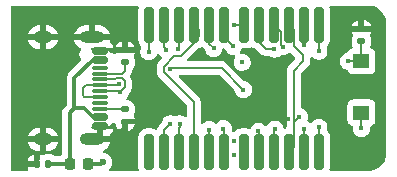
<source format=gtl>
%TF.GenerationSoftware,KiCad,Pcbnew,9.0.4*%
%TF.CreationDate,2025-08-24T10:47:50+01:00*%
%TF.ProjectId,usbc-7seg,75736263-2d37-4736-9567-2e6b69636164,rev?*%
%TF.SameCoordinates,Original*%
%TF.FileFunction,Copper,L1,Top*%
%TF.FilePolarity,Positive*%
%FSLAX46Y46*%
G04 Gerber Fmt 4.6, Leading zero omitted, Abs format (unit mm)*
G04 Created by KiCad (PCBNEW 9.0.4) date 2025-08-24 10:47:50*
%MOMM*%
%LPD*%
G01*
G04 APERTURE LIST*
G04 Aperture macros list*
%AMRoundRect*
0 Rectangle with rounded corners*
0 $1 Rounding radius*
0 $2 $3 $4 $5 $6 $7 $8 $9 X,Y pos of 4 corners*
0 Add a 4 corners polygon primitive as box body*
4,1,4,$2,$3,$4,$5,$6,$7,$8,$9,$2,$3,0*
0 Add four circle primitives for the rounded corners*
1,1,$1+$1,$2,$3*
1,1,$1+$1,$4,$5*
1,1,$1+$1,$6,$7*
1,1,$1+$1,$8,$9*
0 Add four rect primitives between the rounded corners*
20,1,$1+$1,$2,$3,$4,$5,0*
20,1,$1+$1,$4,$5,$6,$7,0*
20,1,$1+$1,$6,$7,$8,$9,0*
20,1,$1+$1,$8,$9,$2,$3,0*%
G04 Aperture macros list end*
%TA.AperFunction,HeatsinkPad*%
%ADD10O,1.600000X1.000000*%
%TD*%
%TA.AperFunction,HeatsinkPad*%
%ADD11O,2.100000X1.000000*%
%TD*%
%TA.AperFunction,SMDPad,CuDef*%
%ADD12RoundRect,0.150000X-0.500000X0.150000X-0.500000X-0.150000X0.500000X-0.150000X0.500000X0.150000X0*%
%TD*%
%TA.AperFunction,SMDPad,CuDef*%
%ADD13RoundRect,0.075000X-0.575000X0.075000X-0.575000X-0.075000X0.575000X-0.075000X0.575000X0.075000X0*%
%TD*%
%TA.AperFunction,SMDPad,CuDef*%
%ADD14RoundRect,0.200000X-0.200000X-1.300000X0.200000X-1.300000X0.200000X1.300000X-0.200000X1.300000X0*%
%TD*%
%TA.AperFunction,SMDPad,CuDef*%
%ADD15RoundRect,0.140000X0.140000X0.170000X-0.140000X0.170000X-0.140000X-0.170000X0.140000X-0.170000X0*%
%TD*%
%TA.AperFunction,SMDPad,CuDef*%
%ADD16RoundRect,0.218750X-0.218750X-0.256250X0.218750X-0.256250X0.218750X0.256250X-0.218750X0.256250X0*%
%TD*%
%TA.AperFunction,SMDPad,CuDef*%
%ADD17RoundRect,0.135000X-0.185000X0.135000X-0.185000X-0.135000X0.185000X-0.135000X0.185000X0.135000X0*%
%TD*%
%TA.AperFunction,SMDPad,CuDef*%
%ADD18RoundRect,0.135000X0.185000X-0.135000X0.185000X0.135000X-0.185000X0.135000X-0.185000X-0.135000X0*%
%TD*%
%TA.AperFunction,SMDPad,CuDef*%
%ADD19R,1.360000X1.230000*%
%TD*%
%TA.AperFunction,ViaPad*%
%ADD20C,0.450000*%
%TD*%
%TA.AperFunction,ViaPad*%
%ADD21C,0.600000*%
%TD*%
%TA.AperFunction,Conductor*%
%ADD22C,0.150000*%
%TD*%
%TA.AperFunction,Conductor*%
%ADD23C,0.200000*%
%TD*%
%TA.AperFunction,Conductor*%
%ADD24C,0.300000*%
%TD*%
G04 APERTURE END LIST*
D10*
%TO.P,J1,S1,SHIELD*%
%TO.N,GND*%
X129425000Y-107820000D03*
D11*
X133605000Y-107820000D03*
D10*
X129425000Y-99180000D03*
D11*
X133605000Y-99180000D03*
D12*
%TO.P,J1,B12,GND*%
X134245000Y-100300000D03*
%TO.P,J1,B9,VBUS*%
%TO.N,/VUSB*%
X134245000Y-101100000D03*
D13*
%TO.P,J1,B8*%
%TO.N,N/C*%
X134245000Y-101750000D03*
%TO.P,J1,B7,D-*%
%TO.N,/D-*%
X134245000Y-102750000D03*
%TO.P,J1,B6,D+*%
%TO.N,/D+*%
X134245000Y-104250000D03*
%TO.P,J1,B5,CC2*%
%TO.N,Net-(J1-CC2)*%
X134245000Y-105250000D03*
D12*
%TO.P,J1,B4,VBUS*%
%TO.N,/VUSB*%
X134245000Y-105900000D03*
%TO.P,J1,B1,GND*%
%TO.N,GND*%
X134245000Y-106700000D03*
%TO.P,J1,A12,GND*%
X134245000Y-106700000D03*
%TO.P,J1,A9,VBUS*%
%TO.N,/VUSB*%
X134245000Y-105900000D03*
D13*
%TO.P,J1,A8*%
%TO.N,N/C*%
X134245000Y-104750000D03*
%TO.P,J1,A7,D-*%
%TO.N,/D-*%
X134245000Y-103750000D03*
%TO.P,J1,A6,D+*%
%TO.N,/D+*%
X134245000Y-103250000D03*
%TO.P,J1,A5,CC1*%
%TO.N,Net-(J1-CC1)*%
X134245000Y-102250000D03*
D12*
%TO.P,J1,A4,VBUS*%
%TO.N,/VUSB*%
X134245000Y-101100000D03*
%TO.P,J1,A1,GND*%
%TO.N,GND*%
X134245000Y-100300000D03*
%TD*%
D14*
%TO.P,U1,1,G*%
%TO.N,/LED_G*%
X138425000Y-98100000D03*
%TO.P,U1,2,DP1*%
%TO.N,/LED_DP1*%
X139695000Y-98100000D03*
%TO.P,U1,3,F*%
%TO.N,/LED_F*%
X140965000Y-98100000D03*
%TO.P,U1,4,CC*%
%TO.N,Net-(Q1-D)*%
X142235000Y-98100000D03*
%TO.P,U1,5,A*%
%TO.N,/LED_A*%
X143505000Y-98100000D03*
%TO.P,U1,6,B*%
%TO.N,/LED_B*%
X144775000Y-98100000D03*
%TO.P,U1,7,DP2*%
%TO.N,/LED_DP2*%
X144775000Y-108900000D03*
%TO.P,U1,8,C*%
%TO.N,/LED_C*%
X143505000Y-108900000D03*
%TO.P,U1,9,CC*%
%TO.N,Net-(Q1-D)*%
X142235000Y-108900000D03*
%TO.P,U1,10,D*%
%TO.N,/LED_D*%
X140965000Y-108900000D03*
%TO.P,U1,11,E*%
%TO.N,/LED_E*%
X139695000Y-108900000D03*
%TO.P,U1,12*%
%TO.N,N/C*%
X138425000Y-108900000D03*
%TD*%
D15*
%TO.P,C7,2*%
%TO.N,GND*%
X128920000Y-109900000D03*
%TO.P,C7,1*%
%TO.N,/VUSB*%
X129880000Y-109900000D03*
%TD*%
D16*
%TO.P,FB1,2*%
%TO.N,Net-(U4-VI)*%
X133287500Y-109900000D03*
%TO.P,FB1,1*%
%TO.N,/VUSB*%
X131712500Y-109900000D03*
%TD*%
D14*
%TO.P,U2,12*%
%TO.N,N/C*%
X146455000Y-108900000D03*
%TO.P,U2,11,E*%
%TO.N,/LED_E*%
X147725000Y-108900000D03*
%TO.P,U2,10,D*%
%TO.N,/LED_D*%
X148995000Y-108900000D03*
%TO.P,U2,9,CC*%
%TO.N,Net-(Q2-D)*%
X150265000Y-108900000D03*
%TO.P,U2,8,C*%
%TO.N,/LED_C*%
X151535000Y-108900000D03*
%TO.P,U2,7,DP2*%
%TO.N,/LED_DP2*%
X152805000Y-108900000D03*
%TO.P,U2,6,B*%
%TO.N,/LED_B*%
X152805000Y-98100000D03*
%TO.P,U2,5,A*%
%TO.N,/LED_A*%
X151535000Y-98100000D03*
%TO.P,U2,4,CC*%
%TO.N,Net-(Q2-D)*%
X150265000Y-98100000D03*
%TO.P,U2,3,F*%
%TO.N,/LED_F*%
X148995000Y-98100000D03*
%TO.P,U2,2,DP1*%
%TO.N,/LED_DP1*%
X147725000Y-98100000D03*
%TO.P,U2,1,G*%
%TO.N,/LED_G*%
X146455000Y-98100000D03*
%TD*%
D17*
%TO.P,R1,2*%
%TO.N,GND*%
X136400000Y-106310000D03*
%TO.P,R1,1*%
%TO.N,Net-(J1-CC2)*%
X136400000Y-105290000D03*
%TD*%
D18*
%TO.P,R2,1*%
%TO.N,Net-(J1-CC1)*%
X136400000Y-101310000D03*
%TO.P,R2,2*%
%TO.N,GND*%
X136400000Y-100290000D03*
%TD*%
D19*
%TO.P,SW1,1*%
%TO.N,Net-(U3-BOOT0{slash}PB8)*%
X156400000Y-101200000D03*
%TO.P,SW1,2*%
%TO.N,+3.3V*%
X156400000Y-105560000D03*
%TD*%
D18*
%TO.P,R4,1*%
%TO.N,Net-(U3-BOOT0{slash}PB8)*%
X156400000Y-99510000D03*
%TO.P,R4,2*%
%TO.N,GND*%
X156400000Y-98490000D03*
%TD*%
D20*
%TO.N,+3.3V*%
X156400000Y-106900000D03*
%TO.N,/LSB_EN*%
X145650000Y-109150000D03*
X145650000Y-107950000D03*
%TO.N,/LED_B*%
X152800000Y-100350000D03*
X145550000Y-99950000D03*
%TO.N,/LED_A*%
X151550000Y-99850000D03*
%TO.N,Net-(Q2-D)*%
X151150000Y-105900000D03*
%TO.N,/LED_F*%
X149739921Y-99968999D03*
%TO.N,Net-(U3-BOOT0{slash}PB8)*%
X146300000Y-101300000D03*
%TO.N,/LED_DP1*%
X149034844Y-100181634D03*
%TO.N,/LED_G*%
X145600000Y-98100000D03*
%TO.N,Net-(Q1-D)*%
X142555000Y-98949000D03*
%TO.N,GND*%
X140000000Y-105400000D03*
X146576827Y-105896827D03*
X156400000Y-97600000D03*
X150174416Y-106136348D03*
X146600000Y-102100000D03*
X147661251Y-101368286D03*
D21*
%TO.N,Net-(U4-VI)*%
X134500000Y-109750000D03*
D20*
%TO.N,GND*%
X135500000Y-107000000D03*
X136250000Y-107000000D03*
X137700000Y-106300000D03*
%TO.N,/LED_DP2*%
X152800000Y-106800000D03*
%TO.N,/LED_C*%
X151525682Y-106949682D03*
%TO.N,/LED_D*%
X149080336Y-106950863D03*
%TO.N,/LED_E*%
X147680319Y-107147554D03*
%TO.N,/LED_A*%
X143900000Y-100124000D03*
%TO.N,/LED_F*%
X140900000Y-100200000D03*
%TO.N,/LED_DP1*%
X139876409Y-100223591D03*
%TO.N,/LED_G*%
X138400000Y-100400000D03*
%TO.N,/LED_C*%
X143500000Y-107000000D03*
%TO.N,/LED_DP2*%
X144712318Y-106912318D03*
%TO.N,/LED_D*%
X141000000Y-106500000D03*
%TO.N,/LED_E*%
X140200000Y-106500000D03*
%TO.N,Net-(U3-BOOT0{slash}PB8)*%
X155300000Y-101200000D03*
%TO.N,/~{RST}*%
X146400000Y-103600000D03*
X140215595Y-101884404D03*
%TO.N,/D+*%
X135900000Y-103100000D03*
%TO.N,/D-*%
X136000000Y-103800000D03*
%TD*%
D22*
%TO.N,/LED_E*%
X147725000Y-107192235D02*
X147680319Y-107147554D01*
X147725000Y-108900000D02*
X147725000Y-107192235D01*
%TO.N,/LED_C*%
X151535000Y-106959000D02*
X151525682Y-106949682D01*
%TO.N,/LED_DP2*%
X144775000Y-106975000D02*
X144712318Y-106912318D01*
X144775000Y-108900000D02*
X144775000Y-106975000D01*
%TO.N,/LED_C*%
X151535000Y-108900000D02*
X151535000Y-106959000D01*
%TO.N,/LED_D*%
X148995000Y-108900000D02*
X148995000Y-107036199D01*
X148995000Y-107036199D02*
X149080336Y-106950863D01*
%TO.N,/LED_G*%
X145600000Y-98100000D02*
X146455000Y-98100000D01*
%TO.N,/LED_A*%
X143505000Y-99729000D02*
X143900000Y-100124000D01*
X143505000Y-98100000D02*
X143505000Y-99729000D01*
%TO.N,Net-(Q1-D)*%
X142235000Y-108900000D02*
X142235000Y-104681627D01*
X142235000Y-104681627D02*
X139665595Y-102112222D01*
%TO.N,/~{RST}*%
X144600000Y-101800000D02*
X140299999Y-101800000D01*
%TO.N,Net-(Q1-D)*%
X139665595Y-102112222D02*
X139665595Y-101656586D01*
X139665595Y-101656586D02*
X140572182Y-100750000D01*
%TO.N,/~{RST}*%
X146400000Y-103600000D02*
X144600000Y-101800000D01*
X140299999Y-101800000D02*
X140215595Y-101884404D01*
%TO.N,Net-(Q1-D)*%
X140572182Y-100750000D02*
X141127818Y-100750000D01*
X141127818Y-100750000D02*
X142555000Y-99322818D01*
%TO.N,/LED_DP1*%
X139695000Y-98100000D02*
X139695000Y-100042182D01*
X139695000Y-100042182D02*
X139876409Y-100223591D01*
%TO.N,+3.3V*%
X156400000Y-105560000D02*
X156400000Y-106900000D01*
%TO.N,/LED_B*%
X152800000Y-100350000D02*
X152805000Y-100345000D01*
X152805000Y-100345000D02*
X152805000Y-98100000D01*
%TO.N,/LED_A*%
X151535000Y-99835000D02*
X151550000Y-99850000D01*
%TO.N,/LED_DP1*%
X147725000Y-98100000D02*
X147725000Y-99600000D01*
%TO.N,/LED_A*%
X151535000Y-98100000D02*
X151535000Y-99835000D01*
%TO.N,/LED_DP1*%
X147725000Y-99600000D02*
X148306634Y-100181634D01*
X148306634Y-100181634D02*
X149034844Y-100181634D01*
%TO.N,/LED_B*%
X144775000Y-99175000D02*
X145550000Y-99950000D01*
D23*
%TO.N,Net-(Q2-D)*%
X150665000Y-99901827D02*
X151475000Y-100711827D01*
X150665000Y-98500000D02*
X150665000Y-99901827D01*
D22*
%TO.N,/LED_F*%
X149592869Y-99821947D02*
X149739921Y-99968999D01*
D23*
%TO.N,Net-(Q2-D)*%
X150665000Y-101998173D02*
X150665000Y-106600000D01*
X150265000Y-98100000D02*
X150665000Y-98500000D01*
X151475000Y-100711827D02*
X151475000Y-101188173D01*
D22*
%TO.N,/LED_F*%
X148995000Y-98100000D02*
X149592869Y-98697869D01*
X149592869Y-98697869D02*
X149592869Y-99821947D01*
D23*
%TO.N,Net-(Q2-D)*%
X151475000Y-101188173D02*
X150665000Y-101998173D01*
D22*
X151150000Y-105900000D02*
X150665000Y-106385000D01*
X150665000Y-106385000D02*
X150665000Y-106600000D01*
%TO.N,Net-(Q1-D)*%
X142235000Y-98100000D02*
X142635000Y-98500000D01*
X142635000Y-98500000D02*
X142635000Y-98869000D01*
X142635000Y-98869000D02*
X142555000Y-98949000D01*
%TO.N,/LED_F*%
X140965000Y-100135000D02*
X140900000Y-100200000D01*
X140965000Y-98100000D02*
X140965000Y-100135000D01*
%TO.N,GND*%
X156400000Y-98490000D02*
X156400000Y-97600000D01*
D24*
%TO.N,Net-(U4-VI)*%
X133287500Y-109900000D02*
X134350000Y-109900000D01*
X134350000Y-109900000D02*
X134500000Y-109750000D01*
D22*
%TO.N,GND*%
X136400000Y-106310000D02*
X136400000Y-106850000D01*
X136400000Y-106850000D02*
X136250000Y-107000000D01*
X135500000Y-107000000D02*
X136250000Y-107000000D01*
%TO.N,/LED_DP2*%
X152805000Y-108900000D02*
X152805000Y-106705000D01*
D23*
%TO.N,Net-(Q2-D)*%
X150665000Y-106600000D02*
X150665000Y-108500000D01*
X150665000Y-108500000D02*
X150265000Y-108900000D01*
D22*
%TO.N,/LED_G*%
X138425000Y-98100000D02*
X138425000Y-100375000D01*
X138425000Y-100375000D02*
X138400000Y-100400000D01*
%TO.N,/LED_C*%
X143505000Y-108900000D02*
X143505000Y-107005000D01*
X143505000Y-107005000D02*
X143500000Y-107000000D01*
%TO.N,/LED_D*%
X141000000Y-106500000D02*
X141000000Y-106800000D01*
X141000000Y-106800000D02*
X140965000Y-106835000D01*
X140965000Y-106835000D02*
X140965000Y-108900000D01*
%TO.N,/LED_E*%
X139695000Y-107005000D02*
X139695000Y-108900000D01*
X140200000Y-106500000D02*
X139695000Y-107005000D01*
%TO.N,Net-(U3-BOOT0{slash}PB8)*%
X156400000Y-101200000D02*
X156400000Y-99510000D01*
X156400000Y-101200000D02*
X155300000Y-101200000D01*
%TO.N,Net-(J1-CC2)*%
X134245000Y-105250000D02*
X136360000Y-105250000D01*
D24*
%TO.N,/VUSB*%
X129880000Y-109900000D02*
X131712500Y-109900000D01*
X132100000Y-102640466D02*
X132100000Y-105200000D01*
X134245000Y-101100000D02*
X133640466Y-101100000D01*
X133640466Y-105900000D02*
X134245000Y-105900000D01*
X133640466Y-101100000D02*
X132100000Y-102640466D01*
X132100000Y-105200000D02*
X132940466Y-105200000D01*
X132940466Y-105200000D02*
X133640466Y-105900000D01*
D22*
%TO.N,Net-(J1-CC1)*%
X136150000Y-102250000D02*
X136400000Y-102000000D01*
X134245000Y-102250000D02*
X136150000Y-102250000D01*
X136400000Y-102000000D02*
X136400000Y-101310000D01*
%TO.N,/D-*%
X134245000Y-102750000D02*
X135576834Y-102750000D01*
X136376000Y-102902834D02*
X136376000Y-103424000D01*
X135576834Y-102750000D02*
X135702834Y-102624000D01*
X135702834Y-102624000D02*
X136097166Y-102624000D01*
X136376000Y-103424000D02*
X136000000Y-103800000D01*
X136097166Y-102624000D02*
X136376000Y-102902834D01*
%TO.N,/D+*%
X132800000Y-103500000D02*
X132800000Y-104100000D01*
X134245000Y-103250000D02*
X133050000Y-103250000D01*
X133050000Y-103250000D02*
X132800000Y-103500000D01*
X132800000Y-104100000D02*
X132950000Y-104250000D01*
X132950000Y-104250000D02*
X134245000Y-104250000D01*
X135750000Y-103250000D02*
X135900000Y-103100000D01*
X134245000Y-103250000D02*
X135750000Y-103250000D01*
%TO.N,/D-*%
X135950000Y-103750000D02*
X136000000Y-103800000D01*
X134245000Y-103750000D02*
X135950000Y-103750000D01*
D24*
%TO.N,/VUSB*%
X132100000Y-105200000D02*
X131712500Y-105587500D01*
X131712500Y-105587500D02*
X131712500Y-109900000D01*
%TD*%
%TA.AperFunction,Conductor*%
%TO.N,GND*%
G36*
X137483125Y-96520185D02*
G01*
X137528880Y-96572989D01*
X137538824Y-96642147D01*
X137534473Y-96661380D01*
X137530914Y-96672804D01*
X137530914Y-96672806D01*
X137524500Y-96743386D01*
X137524500Y-99456613D01*
X137530913Y-99527192D01*
X137530913Y-99527194D01*
X137530914Y-99527196D01*
X137581522Y-99689606D01*
X137658816Y-99817466D01*
X137669530Y-99835188D01*
X137738632Y-99904290D01*
X137772117Y-99965613D01*
X137767133Y-100035305D01*
X137759301Y-100050635D01*
X137759941Y-100050977D01*
X137757071Y-100056344D01*
X137702381Y-100188379D01*
X137702379Y-100188385D01*
X137674500Y-100328542D01*
X137674500Y-100328545D01*
X137674500Y-100471455D01*
X137674500Y-100471457D01*
X137674499Y-100471457D01*
X137702379Y-100611614D01*
X137702381Y-100611620D01*
X137757069Y-100743650D01*
X137757074Y-100743659D01*
X137836467Y-100862478D01*
X137836470Y-100862482D01*
X137937517Y-100963529D01*
X137937521Y-100963532D01*
X138056340Y-101042925D01*
X138056349Y-101042930D01*
X138067672Y-101047620D01*
X138188380Y-101097619D01*
X138188384Y-101097619D01*
X138188385Y-101097620D01*
X138328542Y-101125500D01*
X138328545Y-101125500D01*
X138471457Y-101125500D01*
X138565751Y-101106742D01*
X138611620Y-101097619D01*
X138743653Y-101042929D01*
X138862479Y-100963532D01*
X138963532Y-100862479D01*
X139042929Y-100743653D01*
X139072180Y-100673033D01*
X139116019Y-100618633D01*
X139182313Y-100596567D01*
X139250012Y-100613845D01*
X139289842Y-100651596D01*
X139312879Y-100686073D01*
X139413927Y-100787121D01*
X139413930Y-100787123D01*
X139472481Y-100826245D01*
X139517285Y-100879856D01*
X139525994Y-100949181D01*
X139495839Y-101012209D01*
X139491271Y-101017028D01*
X139298669Y-101209630D01*
X139298658Y-101209642D01*
X139205080Y-101303221D01*
X139176589Y-101352569D01*
X139171204Y-101361894D01*
X139171202Y-101361898D01*
X139129314Y-101434450D01*
X139103434Y-101531038D01*
X139090095Y-101580820D01*
X139090095Y-102187987D01*
X139129314Y-102334358D01*
X139153068Y-102375500D01*
X139205080Y-102465587D01*
X139205082Y-102465589D01*
X141623181Y-104883688D01*
X141656666Y-104945011D01*
X141659500Y-104971369D01*
X141659500Y-105836125D01*
X141639815Y-105903164D01*
X141587011Y-105948919D01*
X141517853Y-105958863D01*
X141466609Y-105939227D01*
X141343659Y-105857074D01*
X141343650Y-105857069D01*
X141211620Y-105802381D01*
X141211614Y-105802379D01*
X141071457Y-105774500D01*
X141071455Y-105774500D01*
X140928545Y-105774500D01*
X140928543Y-105774500D01*
X140788385Y-105802379D01*
X140788379Y-105802381D01*
X140650719Y-105859402D01*
X140650016Y-105857705D01*
X140590029Y-105870184D01*
X140549717Y-105858347D01*
X140549281Y-105859402D01*
X140411620Y-105802381D01*
X140411614Y-105802379D01*
X140271457Y-105774500D01*
X140271455Y-105774500D01*
X140128545Y-105774500D01*
X140128543Y-105774500D01*
X139988385Y-105802379D01*
X139988379Y-105802381D01*
X139856349Y-105857069D01*
X139856340Y-105857074D01*
X139737521Y-105936467D01*
X139737517Y-105936470D01*
X139636470Y-106037517D01*
X139636467Y-106037521D01*
X139557074Y-106156340D01*
X139557069Y-106156349D01*
X139502380Y-106288381D01*
X139502379Y-106288383D01*
X139486040Y-106370525D01*
X139477275Y-106387279D01*
X139473256Y-106405758D01*
X139454508Y-106430800D01*
X139453654Y-106432435D01*
X139452105Y-106434012D01*
X139341635Y-106544484D01*
X139341635Y-106544485D01*
X139234485Y-106651635D01*
X139159705Y-106781158D01*
X139158719Y-106782865D01*
X139127406Y-106899729D01*
X139127354Y-106899923D01*
X139090989Y-106959583D01*
X139028142Y-106990112D01*
X138958766Y-106981817D01*
X138943430Y-106973947D01*
X138929457Y-106965500D01*
X138914606Y-106956522D01*
X138752196Y-106905914D01*
X138752194Y-106905913D01*
X138752192Y-106905913D01*
X138702778Y-106901423D01*
X138681616Y-106899500D01*
X138168384Y-106899500D01*
X138149145Y-106901248D01*
X138097807Y-106905913D01*
X137935393Y-106956522D01*
X137789811Y-107044530D01*
X137669530Y-107164811D01*
X137581522Y-107310393D01*
X137530913Y-107472807D01*
X137527372Y-107511777D01*
X137524500Y-107543384D01*
X137524500Y-110256616D01*
X137530914Y-110327196D01*
X137534471Y-110338611D01*
X137535623Y-110408468D01*
X137498823Y-110467861D01*
X137435755Y-110497930D01*
X137416086Y-110499500D01*
X135181941Y-110499500D01*
X135114902Y-110479815D01*
X135069147Y-110427011D01*
X135059203Y-110357853D01*
X135088228Y-110294297D01*
X135094260Y-110287819D01*
X135121786Y-110260292D01*
X135121789Y-110260289D01*
X135209394Y-110129179D01*
X135269737Y-109983497D01*
X135300500Y-109828842D01*
X135300500Y-109671158D01*
X135300500Y-109671155D01*
X135300499Y-109671153D01*
X135296291Y-109649999D01*
X135269737Y-109516503D01*
X135252051Y-109473804D01*
X135209397Y-109370827D01*
X135209390Y-109370814D01*
X135121789Y-109239711D01*
X135121786Y-109239707D01*
X135010292Y-109128213D01*
X135010288Y-109128210D01*
X134879185Y-109040609D01*
X134879172Y-109040602D01*
X134733501Y-108980264D01*
X134733491Y-108980261D01*
X134616591Y-108957008D01*
X134554680Y-108924623D01*
X134520106Y-108863907D01*
X134523846Y-108794137D01*
X134564713Y-108737466D01*
X134593332Y-108720829D01*
X134628677Y-108706189D01*
X134628684Y-108706185D01*
X134792462Y-108596751D01*
X134792466Y-108596748D01*
X134931748Y-108457466D01*
X134931751Y-108457462D01*
X135041185Y-108293684D01*
X135041192Y-108293671D01*
X135116569Y-108111692D01*
X135116569Y-108111690D01*
X135124862Y-108070000D01*
X134321988Y-108070000D01*
X134339205Y-108060060D01*
X134395060Y-108004205D01*
X134434556Y-107935796D01*
X134455000Y-107859496D01*
X134455000Y-107780504D01*
X134434556Y-107704204D01*
X134395060Y-107635795D01*
X134339205Y-107579940D01*
X134321988Y-107570000D01*
X134495000Y-107570000D01*
X135124862Y-107570000D01*
X135116569Y-107528309D01*
X135116569Y-107528306D01*
X135109722Y-107511777D01*
X135102252Y-107442308D01*
X135133526Y-107379828D01*
X135143783Y-107370456D01*
X135262678Y-107251561D01*
X135262685Y-107251552D01*
X135346281Y-107110198D01*
X135392100Y-106952486D01*
X135392295Y-106950001D01*
X135392295Y-106950000D01*
X134495000Y-106950000D01*
X134495000Y-107570000D01*
X134321988Y-107570000D01*
X134270796Y-107540444D01*
X134194496Y-107520000D01*
X133995000Y-107520000D01*
X133995000Y-106950000D01*
X133658242Y-106950000D01*
X133642378Y-106945341D01*
X133625849Y-106945694D01*
X133609546Y-106935701D01*
X133591203Y-106930315D01*
X133580378Y-106917822D01*
X133566280Y-106909181D01*
X133557967Y-106891958D01*
X133545448Y-106877511D01*
X133543095Y-106861148D01*
X133535908Y-106846258D01*
X133538225Y-106827278D01*
X133535504Y-106808353D01*
X133542445Y-106792715D01*
X133544376Y-106776903D01*
X133559084Y-106755229D01*
X133561251Y-106750348D01*
X133560562Y-106749820D01*
X133562022Y-106747917D01*
X133562478Y-106747583D01*
X133562821Y-106746812D01*
X133564982Y-106744208D01*
X133567895Y-106742246D01*
X133570561Y-106738319D01*
X133571262Y-106737618D01*
X133572673Y-106739029D01*
X133592069Y-106725972D01*
X133618446Y-106706710D01*
X133621240Y-106706335D01*
X133622942Y-106705190D01*
X133631070Y-106705016D01*
X133670131Y-106699778D01*
X133671352Y-106699874D01*
X133679306Y-106700500D01*
X133679314Y-106700500D01*
X134810686Y-106700500D01*
X134810694Y-106700500D01*
X134847569Y-106697598D01*
X134847571Y-106697597D01*
X134847573Y-106697597D01*
X134890811Y-106685035D01*
X135005398Y-106651744D01*
X135146865Y-106568081D01*
X135228628Y-106486317D01*
X135250404Y-106474426D01*
X135269856Y-106459030D01*
X135283436Y-106456389D01*
X135289949Y-106452834D01*
X135304128Y-106450600D01*
X135447428Y-106436456D01*
X135472668Y-106441237D01*
X135498344Y-106442062D01*
X135506428Y-106447632D01*
X135516077Y-106449460D01*
X135534728Y-106467131D01*
X135555879Y-106481704D01*
X135559668Y-106490760D01*
X135566797Y-106497514D01*
X135572933Y-106522461D01*
X135579941Y-106539209D01*
X135581694Y-106538889D01*
X135582833Y-106545129D01*
X135627592Y-106699188D01*
X135627593Y-106699191D01*
X135709261Y-106837285D01*
X135709268Y-106837294D01*
X135822705Y-106950731D01*
X135822714Y-106950738D01*
X135960808Y-107032406D01*
X135960811Y-107032407D01*
X136114871Y-107077166D01*
X136114877Y-107077167D01*
X136150000Y-107079931D01*
X136150000Y-107079930D01*
X136650000Y-107079930D01*
X136685122Y-107077167D01*
X136685128Y-107077166D01*
X136839188Y-107032407D01*
X136839191Y-107032406D01*
X136977285Y-106950738D01*
X136977294Y-106950731D01*
X137090731Y-106837294D01*
X137090738Y-106837285D01*
X137172404Y-106699194D01*
X137212844Y-106560000D01*
X136650000Y-106560000D01*
X136650000Y-107079930D01*
X136150000Y-107079930D01*
X136150000Y-106434000D01*
X136169685Y-106366961D01*
X136222489Y-106321206D01*
X136274000Y-106310000D01*
X136400000Y-106310000D01*
X136400000Y-106184499D01*
X136402486Y-106176032D01*
X136401198Y-106167301D01*
X136412179Y-106143021D01*
X136419685Y-106117460D01*
X136426354Y-106111681D01*
X136429991Y-106103640D01*
X136452355Y-106089151D01*
X136472489Y-106071705D01*
X136482764Y-106069449D01*
X136488630Y-106065650D01*
X136522664Y-106060693D01*
X136523546Y-106060500D01*
X136523750Y-106060499D01*
X136649180Y-106060499D01*
X136655294Y-106060017D01*
X136659939Y-106060001D01*
X136659990Y-106060015D01*
X136660393Y-106060000D01*
X137212844Y-106060000D01*
X137172404Y-105920805D01*
X137138581Y-105863612D01*
X137121398Y-105795888D01*
X137138582Y-105737369D01*
X137167554Y-105688380D01*
X137172869Y-105679393D01*
X137217665Y-105525204D01*
X137220500Y-105489181D01*
X137220499Y-105090820D01*
X137217665Y-105054796D01*
X137172869Y-104900607D01*
X137091135Y-104762402D01*
X137091133Y-104762400D01*
X137091130Y-104762396D01*
X136977603Y-104648869D01*
X136977595Y-104648863D01*
X136839393Y-104567131D01*
X136839388Y-104567129D01*
X136685208Y-104522335D01*
X136685202Y-104522334D01*
X136649188Y-104519500D01*
X136605873Y-104519500D01*
X136538834Y-104499815D01*
X136493079Y-104447011D01*
X136483135Y-104377853D01*
X136512160Y-104314297D01*
X136518193Y-104307818D01*
X136563529Y-104262482D01*
X136563532Y-104262479D01*
X136642929Y-104143653D01*
X136697619Y-104011620D01*
X136713959Y-103929471D01*
X136746342Y-103867565D01*
X136747895Y-103865984D01*
X136836511Y-103777369D01*
X136836511Y-103777368D01*
X136836514Y-103777366D01*
X136856397Y-103742929D01*
X136912281Y-103646135D01*
X136951500Y-103499766D01*
X136951500Y-102827068D01*
X136912281Y-102680699D01*
X136836515Y-102549469D01*
X136836510Y-102549464D01*
X136831568Y-102543023D01*
X136833094Y-102541851D01*
X136804659Y-102489775D01*
X136809643Y-102420083D01*
X136838143Y-102375736D01*
X136860514Y-102353366D01*
X136860515Y-102353363D01*
X136860518Y-102353360D01*
X136886078Y-102309091D01*
X136931030Y-102231230D01*
X136936281Y-102222135D01*
X136959578Y-102135190D01*
X136975500Y-102075767D01*
X136975500Y-102004596D01*
X136995185Y-101937557D01*
X137011819Y-101916915D01*
X137091130Y-101837603D01*
X137091135Y-101837598D01*
X137172869Y-101699393D01*
X137217665Y-101545204D01*
X137220500Y-101509181D01*
X137220499Y-101110820D01*
X137217665Y-101074796D01*
X137172869Y-100920607D01*
X137138581Y-100862629D01*
X137121398Y-100794905D01*
X137138582Y-100736386D01*
X137172404Y-100679196D01*
X137172405Y-100679194D01*
X137212844Y-100540000D01*
X136660409Y-100540000D01*
X136650680Y-100539618D01*
X136649186Y-100539500D01*
X136150830Y-100539500D01*
X136150813Y-100539501D01*
X136149692Y-100539589D01*
X136149330Y-100539618D01*
X136139607Y-100540000D01*
X135587156Y-100540000D01*
X135584958Y-100542927D01*
X135528964Y-100584718D01*
X135459265Y-100589602D01*
X135455655Y-100588755D01*
X135286166Y-100546281D01*
X135268700Y-100536020D01*
X135249269Y-100530315D01*
X135228631Y-100513685D01*
X135146865Y-100431919D01*
X135146119Y-100431478D01*
X135005396Y-100348255D01*
X135005393Y-100348254D01*
X134847573Y-100302402D01*
X134847567Y-100302401D01*
X134810701Y-100299500D01*
X134810694Y-100299500D01*
X133679306Y-100299500D01*
X133679296Y-100299500D01*
X133670120Y-100300222D01*
X133663908Y-100298916D01*
X133657785Y-100300575D01*
X133630133Y-100291817D01*
X133601744Y-100285851D01*
X133595705Y-100280914D01*
X133591176Y-100279480D01*
X133572577Y-100262006D01*
X133572060Y-100261583D01*
X133571262Y-100262382D01*
X133570561Y-100261681D01*
X133569255Y-100259290D01*
X133564997Y-100255809D01*
X133562836Y-100253206D01*
X133562580Y-100252613D01*
X133562041Y-100252107D01*
X133560581Y-100250205D01*
X133561302Y-100249651D01*
X133551179Y-100226185D01*
X133537076Y-100200358D01*
X133537496Y-100194471D01*
X133535159Y-100189052D01*
X133539960Y-100160019D01*
X133542060Y-100130666D01*
X133545597Y-100125941D01*
X133546560Y-100120119D01*
X133566297Y-100098289D01*
X133583932Y-100074733D01*
X133589460Y-100072670D01*
X133593420Y-100068292D01*
X133621826Y-100060599D01*
X133649396Y-100050316D01*
X133658242Y-100050000D01*
X135392294Y-100050000D01*
X135403026Y-100038390D01*
X135416747Y-100030181D01*
X135415650Y-100029236D01*
X135568334Y-100029236D01*
X135583956Y-100040000D01*
X136150000Y-100040000D01*
X136650000Y-100040000D01*
X137212844Y-100040000D01*
X137172404Y-99900805D01*
X137090738Y-99762714D01*
X137090731Y-99762705D01*
X136977294Y-99649268D01*
X136977285Y-99649261D01*
X136839191Y-99567593D01*
X136839188Y-99567592D01*
X136685130Y-99522834D01*
X136650000Y-99520068D01*
X136650000Y-100040000D01*
X136150000Y-100040000D01*
X136150000Y-99520068D01*
X136149999Y-99520068D01*
X136114869Y-99522834D01*
X136114868Y-99522834D01*
X135960811Y-99567592D01*
X135960808Y-99567593D01*
X135822714Y-99649261D01*
X135822705Y-99649268D01*
X135709268Y-99762705D01*
X135709261Y-99762714D01*
X135627594Y-99900806D01*
X135627592Y-99900810D01*
X135607612Y-99969583D01*
X135570005Y-100028468D01*
X135568334Y-100029236D01*
X135415650Y-100029236D01*
X135384412Y-100002323D01*
X135369459Y-99969581D01*
X135346281Y-99889802D01*
X135262685Y-99748447D01*
X135262678Y-99748438D01*
X135141040Y-99626800D01*
X135142370Y-99625469D01*
X135107376Y-99577016D01*
X135103584Y-99507250D01*
X135109723Y-99488218D01*
X135116570Y-99471689D01*
X135124862Y-99430000D01*
X134321988Y-99430000D01*
X134339205Y-99420060D01*
X134395060Y-99364205D01*
X134434556Y-99295796D01*
X134455000Y-99219496D01*
X134455000Y-99140504D01*
X134434556Y-99064204D01*
X134395060Y-98995795D01*
X134339205Y-98939940D01*
X134321988Y-98930000D01*
X135124862Y-98930000D01*
X135116569Y-98888309D01*
X135116569Y-98888307D01*
X135041192Y-98706328D01*
X135041185Y-98706315D01*
X134931751Y-98542537D01*
X134931748Y-98542533D01*
X134792466Y-98403251D01*
X134792462Y-98403248D01*
X134628684Y-98293814D01*
X134628671Y-98293807D01*
X134446693Y-98218430D01*
X134446681Y-98218427D01*
X134253495Y-98180000D01*
X133855000Y-98180000D01*
X133855000Y-98880000D01*
X133355000Y-98880000D01*
X133355000Y-98180000D01*
X132956504Y-98180000D01*
X132763318Y-98218427D01*
X132763306Y-98218430D01*
X132581328Y-98293807D01*
X132581315Y-98293814D01*
X132417537Y-98403248D01*
X132417533Y-98403251D01*
X132278251Y-98542533D01*
X132278248Y-98542537D01*
X132168814Y-98706315D01*
X132168807Y-98706328D01*
X132093430Y-98888307D01*
X132093430Y-98888309D01*
X132085138Y-98930000D01*
X132888012Y-98930000D01*
X132870795Y-98939940D01*
X132814940Y-98995795D01*
X132775444Y-99064204D01*
X132755000Y-99140504D01*
X132755000Y-99219496D01*
X132775444Y-99295796D01*
X132814940Y-99364205D01*
X132870795Y-99420060D01*
X132888012Y-99430000D01*
X132085138Y-99430000D01*
X132093430Y-99471690D01*
X132093430Y-99471692D01*
X132168807Y-99653671D01*
X132168814Y-99653684D01*
X132278248Y-99817462D01*
X132278251Y-99817466D01*
X132417533Y-99956748D01*
X132417537Y-99956751D01*
X132581315Y-100066185D01*
X132581328Y-100066192D01*
X132590838Y-100070131D01*
X132645243Y-100113970D01*
X132667310Y-100180264D01*
X132650033Y-100247963D01*
X132646350Y-100253405D01*
X132568719Y-100387863D01*
X132541804Y-100488315D01*
X132529500Y-100534234D01*
X132529500Y-100685766D01*
X132543368Y-100737521D01*
X132568719Y-100832136D01*
X132595922Y-100879252D01*
X132644485Y-100963365D01*
X132644487Y-100963367D01*
X132663139Y-100982019D01*
X132696624Y-101043342D01*
X132691640Y-101113034D01*
X132663139Y-101157381D01*
X131594722Y-102225797D01*
X131594720Y-102225799D01*
X131580617Y-102246908D01*
X131564764Y-102270635D01*
X131548249Y-102295350D01*
X131523534Y-102332339D01*
X131474499Y-102450721D01*
X131474497Y-102450727D01*
X131449500Y-102576394D01*
X131449500Y-104879191D01*
X131429815Y-104946230D01*
X131413181Y-104966872D01*
X131207227Y-105172825D01*
X131207224Y-105172828D01*
X131150898Y-105257128D01*
X131136035Y-105279371D01*
X131086999Y-105397755D01*
X131086997Y-105397761D01*
X131062000Y-105523428D01*
X131062000Y-109006966D01*
X131053583Y-109035628D01*
X131047632Y-109064904D01*
X131043239Y-109070855D01*
X131042315Y-109074005D01*
X131026869Y-109093444D01*
X131026326Y-109094001D01*
X130925719Y-109194609D01*
X130921033Y-109202205D01*
X130911524Y-109211978D01*
X130892487Y-109222712D01*
X130876241Y-109237324D01*
X130860049Y-109241003D01*
X130850663Y-109246296D01*
X130839577Y-109245654D01*
X130822655Y-109249500D01*
X130496324Y-109249500D01*
X130429285Y-109229815D01*
X130420324Y-109223480D01*
X130415684Y-109219881D01*
X130297371Y-109149911D01*
X130276395Y-109137506D01*
X130276394Y-109137505D01*
X130276393Y-109137505D01*
X130276390Y-109137504D01*
X130120997Y-109092357D01*
X130120991Y-109092356D01*
X130084697Y-109089500D01*
X130084690Y-109089500D01*
X129675310Y-109089500D01*
X129675302Y-109089500D01*
X129639008Y-109092356D01*
X129639002Y-109092357D01*
X129483609Y-109137504D01*
X129483604Y-109137506D01*
X129462628Y-109149911D01*
X129394903Y-109167092D01*
X129336389Y-109149911D01*
X129316191Y-109137966D01*
X129316190Y-109137965D01*
X129170001Y-109095493D01*
X129170000Y-109095494D01*
X129170000Y-109401645D01*
X129152734Y-109464763D01*
X129147507Y-109473600D01*
X129147504Y-109473608D01*
X129102357Y-109629002D01*
X129102356Y-109629008D01*
X129099500Y-109665302D01*
X129099500Y-109776000D01*
X129079815Y-109843039D01*
X129027011Y-109888794D01*
X128975500Y-109900000D01*
X128920000Y-109900000D01*
X128920000Y-110026000D01*
X128900315Y-110093039D01*
X128847511Y-110138794D01*
X128796000Y-110150000D01*
X128141210Y-110150000D01*
X128142854Y-110170910D01*
X128187969Y-110326198D01*
X128187993Y-110326253D01*
X128187998Y-110326299D01*
X128190145Y-110333687D01*
X128188953Y-110334033D01*
X128196553Y-110395596D01*
X128166264Y-110458559D01*
X128106742Y-110495151D01*
X128074192Y-110499500D01*
X126874500Y-110499500D01*
X126807461Y-110479815D01*
X126761706Y-110427011D01*
X126750500Y-110375500D01*
X126750500Y-109649999D01*
X128141209Y-109649999D01*
X128141210Y-109650000D01*
X128670000Y-109650000D01*
X128670000Y-109095494D01*
X128669998Y-109095493D01*
X128523809Y-109137965D01*
X128523806Y-109137967D01*
X128384625Y-109220278D01*
X128384616Y-109220285D01*
X128270285Y-109334616D01*
X128270278Y-109334625D01*
X128187968Y-109473804D01*
X128187966Y-109473809D01*
X128142855Y-109629081D01*
X128142854Y-109629087D01*
X128141209Y-109649999D01*
X126750500Y-109649999D01*
X126750500Y-107570000D01*
X128155138Y-107570000D01*
X128958012Y-107570000D01*
X128940795Y-107579940D01*
X128884940Y-107635795D01*
X128845444Y-107704204D01*
X128825000Y-107780504D01*
X128825000Y-107859496D01*
X128845444Y-107935796D01*
X128884940Y-108004205D01*
X128940795Y-108060060D01*
X128958012Y-108070000D01*
X128155138Y-108070000D01*
X128163430Y-108111690D01*
X128163430Y-108111692D01*
X128238807Y-108293671D01*
X128238814Y-108293684D01*
X128348248Y-108457462D01*
X128348251Y-108457466D01*
X128487533Y-108596748D01*
X128487537Y-108596751D01*
X128651315Y-108706185D01*
X128651328Y-108706192D01*
X128833306Y-108781569D01*
X128833318Y-108781572D01*
X129026504Y-108819999D01*
X129026508Y-108820000D01*
X129175000Y-108820000D01*
X129175000Y-108120000D01*
X129675000Y-108120000D01*
X129675000Y-108820000D01*
X129823492Y-108820000D01*
X129823495Y-108819999D01*
X130016681Y-108781572D01*
X130016693Y-108781569D01*
X130198671Y-108706192D01*
X130198684Y-108706185D01*
X130362462Y-108596751D01*
X130362466Y-108596748D01*
X130501748Y-108457466D01*
X130501751Y-108457462D01*
X130611185Y-108293684D01*
X130611192Y-108293671D01*
X130686569Y-108111692D01*
X130686569Y-108111690D01*
X130694862Y-108070000D01*
X129891988Y-108070000D01*
X129909205Y-108060060D01*
X129965060Y-108004205D01*
X130004556Y-107935796D01*
X130025000Y-107859496D01*
X130025000Y-107780504D01*
X130004556Y-107704204D01*
X129965060Y-107635795D01*
X129909205Y-107579940D01*
X129891988Y-107570000D01*
X130694862Y-107570000D01*
X130686569Y-107528309D01*
X130686569Y-107528307D01*
X130611192Y-107346328D01*
X130611185Y-107346315D01*
X130501751Y-107182537D01*
X130501748Y-107182533D01*
X130362466Y-107043251D01*
X130362462Y-107043248D01*
X130198684Y-106933814D01*
X130198671Y-106933807D01*
X130016693Y-106858430D01*
X130016681Y-106858427D01*
X129823495Y-106820000D01*
X129675000Y-106820000D01*
X129675000Y-107520000D01*
X129175000Y-107520000D01*
X129175000Y-106820000D01*
X129026504Y-106820000D01*
X128833318Y-106858427D01*
X128833306Y-106858430D01*
X128651328Y-106933807D01*
X128651315Y-106933814D01*
X128487537Y-107043248D01*
X128487533Y-107043251D01*
X128348251Y-107182533D01*
X128348248Y-107182537D01*
X128238814Y-107346315D01*
X128238807Y-107346328D01*
X128163430Y-107528307D01*
X128163430Y-107528309D01*
X128155138Y-107570000D01*
X126750500Y-107570000D01*
X126750500Y-98930000D01*
X128155138Y-98930000D01*
X128958012Y-98930000D01*
X128940795Y-98939940D01*
X128884940Y-98995795D01*
X128845444Y-99064204D01*
X128825000Y-99140504D01*
X128825000Y-99219496D01*
X128845444Y-99295796D01*
X128884940Y-99364205D01*
X128940795Y-99420060D01*
X128958012Y-99430000D01*
X128155138Y-99430000D01*
X128163430Y-99471690D01*
X128163430Y-99471692D01*
X128238807Y-99653671D01*
X128238814Y-99653684D01*
X128348248Y-99817462D01*
X128348251Y-99817466D01*
X128487533Y-99956748D01*
X128487537Y-99956751D01*
X128651315Y-100066185D01*
X128651328Y-100066192D01*
X128833306Y-100141569D01*
X128833318Y-100141572D01*
X129026504Y-100179999D01*
X129026508Y-100180000D01*
X129175000Y-100180000D01*
X129175000Y-99480000D01*
X129675000Y-99480000D01*
X129675000Y-100180000D01*
X129823492Y-100180000D01*
X129823495Y-100179999D01*
X130016681Y-100141572D01*
X130016693Y-100141569D01*
X130198671Y-100066192D01*
X130198684Y-100066185D01*
X130362462Y-99956751D01*
X130362466Y-99956748D01*
X130501748Y-99817466D01*
X130501751Y-99817462D01*
X130611185Y-99653684D01*
X130611192Y-99653671D01*
X130686569Y-99471692D01*
X130686569Y-99471690D01*
X130694862Y-99430000D01*
X129891988Y-99430000D01*
X129909205Y-99420060D01*
X129965060Y-99364205D01*
X130004556Y-99295796D01*
X130025000Y-99219496D01*
X130025000Y-99140504D01*
X130004556Y-99064204D01*
X129965060Y-98995795D01*
X129909205Y-98939940D01*
X129891988Y-98930000D01*
X130694862Y-98930000D01*
X130686569Y-98888309D01*
X130686569Y-98888307D01*
X130611192Y-98706328D01*
X130611185Y-98706315D01*
X130501751Y-98542537D01*
X130501748Y-98542533D01*
X130362466Y-98403251D01*
X130362462Y-98403248D01*
X130198684Y-98293814D01*
X130198671Y-98293807D01*
X130016693Y-98218430D01*
X130016681Y-98218427D01*
X129823495Y-98180000D01*
X129675000Y-98180000D01*
X129675000Y-98880000D01*
X129175000Y-98880000D01*
X129175000Y-98180000D01*
X129026504Y-98180000D01*
X128833318Y-98218427D01*
X128833306Y-98218430D01*
X128651328Y-98293807D01*
X128651315Y-98293814D01*
X128487537Y-98403248D01*
X128487533Y-98403251D01*
X128348251Y-98542533D01*
X128348248Y-98542537D01*
X128238814Y-98706315D01*
X128238807Y-98706328D01*
X128163430Y-98888307D01*
X128163430Y-98888309D01*
X128155138Y-98930000D01*
X126750500Y-98930000D01*
X126750500Y-96624500D01*
X126770185Y-96557461D01*
X126822989Y-96511706D01*
X126874500Y-96500500D01*
X137416086Y-96500500D01*
X137483125Y-96520185D01*
G37*
%TD.AperFunction*%
%TA.AperFunction,Conductor*%
G36*
X157004418Y-96500816D02*
G01*
X157204561Y-96515130D01*
X157222063Y-96517647D01*
X157413797Y-96559355D01*
X157430755Y-96564334D01*
X157592064Y-96624500D01*
X157614609Y-96632909D01*
X157630701Y-96640259D01*
X157802904Y-96734288D01*
X157817784Y-96743849D01*
X157974867Y-96861441D01*
X157988237Y-96873027D01*
X158126972Y-97011762D01*
X158138558Y-97025132D01*
X158256146Y-97182210D01*
X158265711Y-97197095D01*
X158359740Y-97369298D01*
X158367090Y-97385390D01*
X158435662Y-97569236D01*
X158440646Y-97586212D01*
X158482351Y-97777931D01*
X158484869Y-97795442D01*
X158499184Y-97995580D01*
X158499500Y-98004427D01*
X158499500Y-108981372D01*
X158499184Y-108990219D01*
X158484869Y-109190357D01*
X158482351Y-109207868D01*
X158440646Y-109399587D01*
X158435662Y-109416563D01*
X158367090Y-109600409D01*
X158359740Y-109616501D01*
X158265711Y-109788704D01*
X158256146Y-109803589D01*
X158138558Y-109960667D01*
X158126972Y-109974037D01*
X157988237Y-110112772D01*
X157974867Y-110124358D01*
X157817789Y-110241946D01*
X157802904Y-110251511D01*
X157630701Y-110345540D01*
X157614609Y-110352890D01*
X157430763Y-110421462D01*
X157413787Y-110426446D01*
X157222068Y-110468151D01*
X157204557Y-110470669D01*
X157023779Y-110483599D01*
X157004417Y-110484984D01*
X156995572Y-110485300D01*
X156934108Y-110485300D01*
X156896879Y-110495275D01*
X156864788Y-110499500D01*
X153813914Y-110499500D01*
X153746875Y-110479815D01*
X153701120Y-110427011D01*
X153691176Y-110357853D01*
X153695526Y-110338619D01*
X153699086Y-110327196D01*
X153705500Y-110256616D01*
X153705500Y-107543384D01*
X153699086Y-107472804D01*
X153648478Y-107310394D01*
X153560472Y-107164815D01*
X153560470Y-107164813D01*
X153560469Y-107164811D01*
X153529147Y-107133490D01*
X153495661Y-107072168D01*
X153497848Y-107017875D01*
X153496431Y-107017594D01*
X153525500Y-106871457D01*
X153525500Y-106728542D01*
X153497620Y-106588385D01*
X153497619Y-106588384D01*
X153497619Y-106588380D01*
X153447396Y-106467131D01*
X153442930Y-106456349D01*
X153442925Y-106456340D01*
X153363532Y-106337521D01*
X153363529Y-106337517D01*
X153262482Y-106236470D01*
X153262478Y-106236467D01*
X153143659Y-106157074D01*
X153143650Y-106157069D01*
X153011620Y-106102381D01*
X153011614Y-106102379D01*
X152871457Y-106074500D01*
X152871455Y-106074500D01*
X152728545Y-106074500D01*
X152728543Y-106074500D01*
X152588385Y-106102379D01*
X152588379Y-106102381D01*
X152456349Y-106157069D01*
X152456340Y-106157074D01*
X152337521Y-106236467D01*
X152337517Y-106236470D01*
X152236470Y-106337517D01*
X152201475Y-106389891D01*
X152147862Y-106434695D01*
X152078537Y-106443402D01*
X152024966Y-106420936D01*
X152017360Y-106415349D01*
X151988161Y-106386150D01*
X151871348Y-106308098D01*
X151869118Y-106306460D01*
X151849538Y-106280793D01*
X151828829Y-106256013D01*
X151828472Y-106253178D01*
X151826741Y-106250908D01*
X151824145Y-106218725D01*
X151820122Y-106186688D01*
X151821243Y-106182737D01*
X151821125Y-106181265D01*
X151822270Y-106179120D01*
X151827962Y-106159073D01*
X151847619Y-106111620D01*
X151857887Y-106060000D01*
X151875500Y-105971457D01*
X151875500Y-105828542D01*
X151847620Y-105688385D01*
X151847619Y-105688384D01*
X151847619Y-105688380D01*
X151792929Y-105556347D01*
X151792928Y-105556346D01*
X151792925Y-105556340D01*
X151713532Y-105437521D01*
X151713529Y-105437517D01*
X151612482Y-105336470D01*
X151612478Y-105336467D01*
X151493659Y-105257074D01*
X151493650Y-105257069D01*
X151361620Y-105202381D01*
X151355788Y-105200612D01*
X151356435Y-105198476D01*
X151337175Y-105188398D01*
X151308297Y-105175210D01*
X151306436Y-105172314D01*
X151303387Y-105170719D01*
X151287683Y-105143135D01*
X151270523Y-105116432D01*
X151269860Y-105111827D01*
X151268820Y-105109999D01*
X151265500Y-105081497D01*
X151265500Y-104897135D01*
X155219500Y-104897135D01*
X155219500Y-106222870D01*
X155219501Y-106222876D01*
X155225908Y-106282483D01*
X155276202Y-106417328D01*
X155276206Y-106417335D01*
X155362452Y-106532544D01*
X155362455Y-106532547D01*
X155477664Y-106618793D01*
X155477673Y-106618798D01*
X155600873Y-106664748D01*
X155656807Y-106706619D01*
X155681225Y-106772083D01*
X155679159Y-106805119D01*
X155674752Y-106827278D01*
X155674500Y-106828545D01*
X155674500Y-106971455D01*
X155674500Y-106971457D01*
X155674499Y-106971457D01*
X155702379Y-107111614D01*
X155702381Y-107111620D01*
X155757069Y-107243650D01*
X155757074Y-107243659D01*
X155836467Y-107362478D01*
X155836470Y-107362482D01*
X155937517Y-107463529D01*
X155937521Y-107463532D01*
X156056340Y-107542925D01*
X156056346Y-107542928D01*
X156056347Y-107542929D01*
X156188380Y-107597619D01*
X156188384Y-107597619D01*
X156188385Y-107597620D01*
X156328542Y-107625500D01*
X156328545Y-107625500D01*
X156471457Y-107625500D01*
X156565751Y-107606742D01*
X156611620Y-107597619D01*
X156743653Y-107542929D01*
X156862479Y-107463532D01*
X156963532Y-107362479D01*
X157042929Y-107243653D01*
X157097619Y-107111620D01*
X157110964Y-107044530D01*
X157125500Y-106971457D01*
X157125500Y-106828543D01*
X157120841Y-106805123D01*
X157127068Y-106735531D01*
X157169930Y-106680353D01*
X157199123Y-106664749D01*
X157322331Y-106618796D01*
X157437546Y-106532546D01*
X157523796Y-106417331D01*
X157574091Y-106282483D01*
X157580500Y-106222873D01*
X157580499Y-104897128D01*
X157574091Y-104837517D01*
X157523796Y-104702669D01*
X157523795Y-104702668D01*
X157523793Y-104702664D01*
X157437547Y-104587455D01*
X157437544Y-104587452D01*
X157322335Y-104501206D01*
X157322328Y-104501202D01*
X157187482Y-104450908D01*
X157187483Y-104450908D01*
X157127883Y-104444501D01*
X157127881Y-104444500D01*
X157127873Y-104444500D01*
X157127864Y-104444500D01*
X155672129Y-104444500D01*
X155672123Y-104444501D01*
X155612516Y-104450908D01*
X155477671Y-104501202D01*
X155477664Y-104501206D01*
X155362455Y-104587452D01*
X155362452Y-104587455D01*
X155276206Y-104702664D01*
X155276202Y-104702671D01*
X155225908Y-104837517D01*
X155221428Y-104879191D01*
X155219501Y-104897123D01*
X155219500Y-104897135D01*
X151265500Y-104897135D01*
X151265500Y-102298269D01*
X151285185Y-102231230D01*
X151301815Y-102210592D01*
X151833506Y-101678900D01*
X151833511Y-101678897D01*
X151843714Y-101668693D01*
X151843716Y-101668693D01*
X151955520Y-101556889D01*
X152027748Y-101431786D01*
X152027749Y-101431785D01*
X152030519Y-101426985D01*
X152034577Y-101419958D01*
X152074368Y-101271457D01*
X154574499Y-101271457D01*
X154602379Y-101411614D01*
X154602381Y-101411620D01*
X154657069Y-101543650D01*
X154657074Y-101543659D01*
X154736467Y-101662478D01*
X154736470Y-101662482D01*
X154837517Y-101763529D01*
X154837521Y-101763532D01*
X154956340Y-101842925D01*
X154956346Y-101842928D01*
X154956347Y-101842929D01*
X155088380Y-101897619D01*
X155159090Y-101911684D01*
X155220998Y-101944066D01*
X155251079Y-101989968D01*
X155276201Y-102057326D01*
X155276206Y-102057335D01*
X155362452Y-102172544D01*
X155362455Y-102172547D01*
X155477664Y-102258793D01*
X155477671Y-102258797D01*
X155612517Y-102309091D01*
X155612516Y-102309091D01*
X155619444Y-102309835D01*
X155672127Y-102315500D01*
X157127872Y-102315499D01*
X157187483Y-102309091D01*
X157322331Y-102258796D01*
X157437546Y-102172546D01*
X157523796Y-102057331D01*
X157574091Y-101922483D01*
X157580500Y-101862873D01*
X157580499Y-100537128D01*
X157575252Y-100488315D01*
X157574091Y-100477516D01*
X157523797Y-100342671D01*
X157523793Y-100342664D01*
X157437547Y-100227455D01*
X157437544Y-100227452D01*
X157322335Y-100141206D01*
X157322328Y-100141202D01*
X157221534Y-100103609D01*
X157165600Y-100061738D01*
X157141183Y-99996274D01*
X157156034Y-99928001D01*
X157158107Y-99924353D01*
X157172869Y-99899393D01*
X157212578Y-99762714D01*
X157217664Y-99745208D01*
X157217664Y-99745206D01*
X157217665Y-99745204D01*
X157220500Y-99709181D01*
X157220499Y-99310820D01*
X157217665Y-99274796D01*
X157172869Y-99120607D01*
X157138581Y-99062629D01*
X157121398Y-98994905D01*
X157138582Y-98936386D01*
X157172404Y-98879196D01*
X157172405Y-98879194D01*
X157212844Y-98740000D01*
X156660409Y-98740000D01*
X156650680Y-98739618D01*
X156649186Y-98739500D01*
X156150830Y-98739500D01*
X156150813Y-98739501D01*
X156149692Y-98739589D01*
X156149330Y-98739618D01*
X156139607Y-98740000D01*
X155587156Y-98740000D01*
X155627594Y-98879193D01*
X155661419Y-98936388D01*
X155678601Y-99004112D01*
X155661419Y-99062628D01*
X155627130Y-99120607D01*
X155627129Y-99120611D01*
X155582335Y-99274791D01*
X155582334Y-99274797D01*
X155579500Y-99310811D01*
X155579500Y-99709169D01*
X155579501Y-99709191D01*
X155582335Y-99745205D01*
X155627129Y-99899388D01*
X155627132Y-99899395D01*
X155641865Y-99924308D01*
X155659046Y-99992032D01*
X155636886Y-100058294D01*
X155582419Y-100102057D01*
X155578465Y-100103609D01*
X155477671Y-100141202D01*
X155477664Y-100141206D01*
X155362455Y-100227452D01*
X155362452Y-100227455D01*
X155276205Y-100342665D01*
X155276204Y-100342666D01*
X155251078Y-100410033D01*
X155209207Y-100465966D01*
X155159089Y-100488315D01*
X155088385Y-100502379D01*
X155088381Y-100502380D01*
X154956349Y-100557069D01*
X154956340Y-100557074D01*
X154837521Y-100636467D01*
X154837517Y-100636470D01*
X154736470Y-100737517D01*
X154736467Y-100737521D01*
X154657074Y-100856340D01*
X154657069Y-100856349D01*
X154602381Y-100988379D01*
X154602379Y-100988385D01*
X154574500Y-101128542D01*
X154574500Y-101128545D01*
X154574500Y-101271455D01*
X154574500Y-101271457D01*
X154574499Y-101271457D01*
X152074368Y-101271457D01*
X152075501Y-101267230D01*
X152075501Y-101109116D01*
X152075501Y-101101521D01*
X152075500Y-101101503D01*
X152075500Y-100950874D01*
X152095185Y-100883835D01*
X152147989Y-100838080D01*
X152217147Y-100828136D01*
X152280703Y-100857161D01*
X152287181Y-100863193D01*
X152337517Y-100913529D01*
X152337521Y-100913532D01*
X152456340Y-100992925D01*
X152456346Y-100992928D01*
X152456347Y-100992929D01*
X152588380Y-101047619D01*
X152588384Y-101047619D01*
X152588385Y-101047620D01*
X152728542Y-101075500D01*
X152728545Y-101075500D01*
X152871457Y-101075500D01*
X152965751Y-101056742D01*
X153011620Y-101047619D01*
X153143653Y-100992929D01*
X153262479Y-100913532D01*
X153363532Y-100812479D01*
X153442929Y-100693653D01*
X153497619Y-100561620D01*
X153513846Y-100480042D01*
X153525500Y-100421457D01*
X153525500Y-100278542D01*
X153497620Y-100138385D01*
X153497619Y-100138384D01*
X153497619Y-100138380D01*
X153458930Y-100044978D01*
X153451462Y-99975511D01*
X153482737Y-99913031D01*
X153485783Y-99909873D01*
X153560472Y-99835185D01*
X153648478Y-99689606D01*
X153699086Y-99527196D01*
X153705500Y-99456616D01*
X153705500Y-98240000D01*
X155587156Y-98240000D01*
X156150000Y-98240000D01*
X156650000Y-98240000D01*
X157212844Y-98240000D01*
X157172404Y-98100805D01*
X157090738Y-97962714D01*
X157090731Y-97962705D01*
X156977294Y-97849268D01*
X156977285Y-97849261D01*
X156839191Y-97767593D01*
X156839188Y-97767592D01*
X156685130Y-97722834D01*
X156650000Y-97720068D01*
X156650000Y-98240000D01*
X156150000Y-98240000D01*
X156150000Y-97720068D01*
X156149999Y-97720068D01*
X156114869Y-97722834D01*
X156114868Y-97722834D01*
X155960811Y-97767592D01*
X155960808Y-97767593D01*
X155822714Y-97849261D01*
X155822705Y-97849268D01*
X155709268Y-97962705D01*
X155709261Y-97962714D01*
X155627595Y-98100805D01*
X155587156Y-98240000D01*
X153705500Y-98240000D01*
X153705500Y-96743384D01*
X153699086Y-96672804D01*
X153695528Y-96661388D01*
X153694377Y-96591532D01*
X153731177Y-96532139D01*
X153794245Y-96502070D01*
X153813914Y-96500500D01*
X156934108Y-96500500D01*
X156995572Y-96500500D01*
X157004418Y-96500816D01*
G37*
%TD.AperFunction*%
%TA.AperFunction,Conductor*%
G36*
X147154150Y-99994363D02*
G01*
X147235394Y-100043478D01*
X147379378Y-100088344D01*
X147430168Y-100119048D01*
X147846119Y-100534999D01*
X147953269Y-100642149D01*
X148084499Y-100717915D01*
X148230868Y-100757134D01*
X148552661Y-100757134D01*
X148619700Y-100776819D01*
X148621552Y-100778032D01*
X148691184Y-100824559D01*
X148691190Y-100824562D01*
X148691191Y-100824563D01*
X148823224Y-100879253D01*
X148823228Y-100879253D01*
X148823229Y-100879254D01*
X148963386Y-100907134D01*
X148963389Y-100907134D01*
X149106301Y-100907134D01*
X149223429Y-100883835D01*
X149246464Y-100879253D01*
X149378497Y-100824563D01*
X149497323Y-100745166D01*
X149521112Y-100721375D01*
X149582432Y-100687892D01*
X149632984Y-100687441D01*
X149633427Y-100687529D01*
X149668465Y-100694499D01*
X149668466Y-100694499D01*
X149811378Y-100694499D01*
X149919271Y-100673037D01*
X149951541Y-100666618D01*
X150083574Y-100611928D01*
X150202400Y-100532531D01*
X150204616Y-100530315D01*
X150236754Y-100498178D01*
X150298077Y-100464693D01*
X150367769Y-100469677D01*
X150412116Y-100498178D01*
X150776256Y-100862318D01*
X150809741Y-100923641D01*
X150804757Y-100993333D01*
X150776256Y-101037680D01*
X150299739Y-101514197D01*
X150299733Y-101514203D01*
X150296286Y-101517651D01*
X150296284Y-101517653D01*
X150184480Y-101629457D01*
X150154999Y-101680520D01*
X150149308Y-101690376D01*
X150149307Y-101690378D01*
X150107072Y-101763532D01*
X150105423Y-101766388D01*
X150064499Y-101919116D01*
X150064499Y-101919118D01*
X150064499Y-102087219D01*
X150064500Y-102087232D01*
X150064500Y-106781158D01*
X150064031Y-106782753D01*
X150064459Y-106784363D01*
X150054218Y-106816172D01*
X150044815Y-106848197D01*
X150043558Y-106849285D01*
X150043048Y-106850871D01*
X150017234Y-106872095D01*
X149992011Y-106893952D01*
X149989952Y-106894527D01*
X149989079Y-106895246D01*
X149972105Y-106899518D01*
X149954969Y-106904311D01*
X149953348Y-106904501D01*
X149937804Y-106905914D01*
X149935673Y-106906577D01*
X149927825Y-106907500D01*
X149898031Y-106902427D01*
X149867937Y-106899729D01*
X149863938Y-106896622D01*
X149858946Y-106895772D01*
X149836627Y-106875399D01*
X149812767Y-106856858D01*
X149810428Y-106851484D01*
X149807343Y-106848668D01*
X149804425Y-106837690D01*
X149791739Y-106808538D01*
X149786610Y-106782753D01*
X149777955Y-106739243D01*
X149723265Y-106607210D01*
X149723264Y-106607209D01*
X149723261Y-106607203D01*
X149643868Y-106488384D01*
X149643865Y-106488380D01*
X149542818Y-106387333D01*
X149542814Y-106387330D01*
X149423995Y-106307937D01*
X149423986Y-106307932D01*
X149291956Y-106253244D01*
X149291950Y-106253242D01*
X149151793Y-106225363D01*
X149151791Y-106225363D01*
X149008881Y-106225363D01*
X149008879Y-106225363D01*
X148868721Y-106253242D01*
X148868715Y-106253244D01*
X148736685Y-106307932D01*
X148736676Y-106307937D01*
X148617857Y-106387330D01*
X148617853Y-106387333D01*
X148516806Y-106488380D01*
X148516803Y-106488384D01*
X148437410Y-106607203D01*
X148437405Y-106607212D01*
X148428926Y-106627683D01*
X148385083Y-106682085D01*
X148318788Y-106704148D01*
X148251090Y-106686867D01*
X148226685Y-106667908D01*
X148142801Y-106584024D01*
X148142797Y-106584021D01*
X148023978Y-106504628D01*
X148023969Y-106504623D01*
X147891939Y-106449935D01*
X147891933Y-106449933D01*
X147751776Y-106422054D01*
X147751774Y-106422054D01*
X147608864Y-106422054D01*
X147608862Y-106422054D01*
X147468704Y-106449933D01*
X147468698Y-106449935D01*
X147336668Y-106504623D01*
X147336659Y-106504628D01*
X147217840Y-106584021D01*
X147217836Y-106584024D01*
X147116789Y-106685071D01*
X147116786Y-106685075D01*
X147037393Y-106803894D01*
X147037385Y-106803909D01*
X147014126Y-106860061D01*
X146970285Y-106914464D01*
X146903990Y-106936528D01*
X146862681Y-106930993D01*
X146782196Y-106905914D01*
X146782194Y-106905913D01*
X146782192Y-106905913D01*
X146732778Y-106901423D01*
X146711616Y-106899500D01*
X146198384Y-106899500D01*
X146179145Y-106901248D01*
X146127807Y-106905913D01*
X145965393Y-106956522D01*
X145819813Y-107044529D01*
X145702680Y-107161662D01*
X145694734Y-107166000D01*
X145689309Y-107173248D01*
X145664548Y-107182482D01*
X145641357Y-107195146D01*
X145632326Y-107194500D01*
X145623844Y-107197664D01*
X145598023Y-107192047D01*
X145571665Y-107190162D01*
X145562611Y-107184343D01*
X145555571Y-107182812D01*
X145527317Y-107161660D01*
X145470019Y-107104361D01*
X145436535Y-107043038D01*
X145436085Y-106992484D01*
X145437818Y-106983773D01*
X145437818Y-106840860D01*
X145409938Y-106700703D01*
X145409937Y-106700702D01*
X145409937Y-106700698D01*
X145355247Y-106568665D01*
X145355246Y-106568664D01*
X145355243Y-106568658D01*
X145275850Y-106449839D01*
X145275847Y-106449835D01*
X145174800Y-106348788D01*
X145174796Y-106348785D01*
X145055977Y-106269392D01*
X145055968Y-106269387D01*
X144923938Y-106214699D01*
X144923932Y-106214697D01*
X144783775Y-106186818D01*
X144783773Y-106186818D01*
X144640863Y-106186818D01*
X144640861Y-106186818D01*
X144500703Y-106214697D01*
X144500697Y-106214699D01*
X144368667Y-106269387D01*
X144368658Y-106269392D01*
X144249839Y-106348785D01*
X144249835Y-106348788D01*
X144149999Y-106448625D01*
X144088676Y-106482110D01*
X144018984Y-106477126D01*
X143974637Y-106448625D01*
X143962482Y-106436470D01*
X143962478Y-106436467D01*
X143843659Y-106357074D01*
X143843650Y-106357069D01*
X143711620Y-106302381D01*
X143711614Y-106302379D01*
X143571457Y-106274500D01*
X143571455Y-106274500D01*
X143428545Y-106274500D01*
X143428543Y-106274500D01*
X143288385Y-106302379D01*
X143288379Y-106302381D01*
X143156349Y-106357069D01*
X143156340Y-106357074D01*
X143037521Y-106436467D01*
X143037517Y-106436470D01*
X143022181Y-106451807D01*
X142960858Y-106485292D01*
X142891166Y-106480308D01*
X142835233Y-106438436D01*
X142810816Y-106372972D01*
X142810500Y-106364126D01*
X142810500Y-104605862D01*
X142810500Y-104605861D01*
X142800122Y-104567131D01*
X142771281Y-104459492D01*
X142715409Y-104362720D01*
X142715409Y-104362719D01*
X142695517Y-104328265D01*
X142695513Y-104328260D01*
X140954434Y-102587181D01*
X140920949Y-102525858D01*
X140925933Y-102456166D01*
X140967805Y-102400233D01*
X141033269Y-102375816D01*
X141042115Y-102375500D01*
X144310258Y-102375500D01*
X144377297Y-102395185D01*
X144397939Y-102411819D01*
X145652104Y-103665984D01*
X145685589Y-103727307D01*
X145686040Y-103729473D01*
X145702379Y-103811614D01*
X145702380Y-103811618D01*
X145757069Y-103943650D01*
X145757074Y-103943659D01*
X145836467Y-104062478D01*
X145836470Y-104062482D01*
X145937517Y-104163529D01*
X145937521Y-104163532D01*
X146056340Y-104242925D01*
X146056346Y-104242928D01*
X146056347Y-104242929D01*
X146188380Y-104297619D01*
X146188384Y-104297619D01*
X146188385Y-104297620D01*
X146328542Y-104325500D01*
X146328545Y-104325500D01*
X146471457Y-104325500D01*
X146565751Y-104306742D01*
X146611620Y-104297619D01*
X146743653Y-104242929D01*
X146862479Y-104163532D01*
X146963532Y-104062479D01*
X147042929Y-103943653D01*
X147097619Y-103811620D01*
X147125500Y-103671455D01*
X147125500Y-103528545D01*
X147125500Y-103528542D01*
X147097620Y-103388385D01*
X147097619Y-103388384D01*
X147097619Y-103388380D01*
X147042929Y-103256347D01*
X147042928Y-103256346D01*
X147042925Y-103256340D01*
X146963532Y-103137521D01*
X146963529Y-103137517D01*
X146862482Y-103036470D01*
X146862478Y-103036467D01*
X146743659Y-102957074D01*
X146743650Y-102957069D01*
X146611618Y-102902380D01*
X146611614Y-102902379D01*
X146529473Y-102886040D01*
X146467562Y-102853655D01*
X146465984Y-102852104D01*
X144953367Y-101339487D01*
X144953365Y-101339485D01*
X144835538Y-101271457D01*
X144822136Y-101263719D01*
X144690862Y-101228545D01*
X144675766Y-101224500D01*
X144675765Y-101224500D01*
X141766560Y-101224500D01*
X141699521Y-101204815D01*
X141653766Y-101152011D01*
X141643822Y-101082853D01*
X141672847Y-101019297D01*
X141678879Y-101012819D01*
X141904577Y-100787121D01*
X142592033Y-100099663D01*
X142596738Y-100096397D01*
X142598523Y-100093622D01*
X142609696Y-100087401D01*
X142628217Y-100074545D01*
X142635340Y-100071292D01*
X142724606Y-100043478D01*
X142811984Y-99990654D01*
X142818506Y-99987678D01*
X142846277Y-99983689D01*
X142873404Y-99976527D01*
X142880874Y-99978720D01*
X142887666Y-99977745D01*
X142905859Y-99986056D01*
X142934151Y-99994364D01*
X142998301Y-100033145D01*
X143041534Y-100077256D01*
X143044480Y-100082358D01*
X143044486Y-100082366D01*
X143152104Y-100189984D01*
X143185589Y-100251307D01*
X143186040Y-100253473D01*
X143202379Y-100335614D01*
X143202380Y-100335618D01*
X143257069Y-100467650D01*
X143257074Y-100467659D01*
X143336467Y-100586478D01*
X143336470Y-100586482D01*
X143437517Y-100687529D01*
X143437521Y-100687532D01*
X143556340Y-100766925D01*
X143556349Y-100766930D01*
X143583152Y-100778032D01*
X143688380Y-100821619D01*
X143688384Y-100821619D01*
X143688385Y-100821620D01*
X143828542Y-100849500D01*
X143828545Y-100849500D01*
X143971457Y-100849500D01*
X144078857Y-100828136D01*
X144111620Y-100821619D01*
X144243653Y-100766929D01*
X144362479Y-100687532D01*
X144463532Y-100586479D01*
X144542929Y-100467653D01*
X144597619Y-100335620D01*
X144613973Y-100253405D01*
X144623905Y-100203475D01*
X144656290Y-100141564D01*
X144717006Y-100106990D01*
X144786775Y-100110730D01*
X144843447Y-100151597D01*
X144860083Y-100180214D01*
X144907069Y-100293650D01*
X144907074Y-100293659D01*
X144986467Y-100412478D01*
X144986470Y-100412482D01*
X145087517Y-100513529D01*
X145087521Y-100513532D01*
X145206340Y-100592925D01*
X145206346Y-100592928D01*
X145206347Y-100592929D01*
X145338380Y-100647619D01*
X145338384Y-100647619D01*
X145338385Y-100647620D01*
X145478542Y-100675500D01*
X145612739Y-100675500D01*
X145679778Y-100695185D01*
X145725533Y-100747989D01*
X145735477Y-100817147D01*
X145715841Y-100868391D01*
X145657074Y-100956340D01*
X145657069Y-100956349D01*
X145602381Y-101088379D01*
X145602379Y-101088385D01*
X145574500Y-101228542D01*
X145574500Y-101228545D01*
X145574500Y-101371455D01*
X145574500Y-101371457D01*
X145574499Y-101371457D01*
X145602379Y-101511614D01*
X145602380Y-101511616D01*
X145602381Y-101511620D01*
X145627781Y-101572941D01*
X145657069Y-101643650D01*
X145657074Y-101643659D01*
X145736467Y-101762478D01*
X145736470Y-101762482D01*
X145837517Y-101863529D01*
X145837521Y-101863532D01*
X145956340Y-101942925D01*
X145956346Y-101942928D01*
X145956347Y-101942929D01*
X146088380Y-101997619D01*
X146088384Y-101997619D01*
X146088385Y-101997620D01*
X146228542Y-102025500D01*
X146228545Y-102025500D01*
X146371457Y-102025500D01*
X146476545Y-102004596D01*
X146511620Y-101997619D01*
X146643653Y-101942929D01*
X146762479Y-101863532D01*
X146863532Y-101762479D01*
X146942929Y-101643653D01*
X146997619Y-101511620D01*
X147013499Y-101431786D01*
X147025500Y-101371457D01*
X147025500Y-101228542D01*
X146997620Y-101088385D01*
X146997619Y-101088384D01*
X146997619Y-101088380D01*
X146942929Y-100956347D01*
X146942928Y-100956346D01*
X146942925Y-100956340D01*
X146863532Y-100837521D01*
X146863529Y-100837517D01*
X146762482Y-100736470D01*
X146762478Y-100736467D01*
X146643659Y-100657074D01*
X146643650Y-100657069D01*
X146511620Y-100602381D01*
X146511614Y-100602379D01*
X146371457Y-100574500D01*
X146371455Y-100574500D01*
X146237261Y-100574500D01*
X146170222Y-100554815D01*
X146124467Y-100502011D01*
X146114523Y-100432853D01*
X146134159Y-100381609D01*
X146192925Y-100293659D01*
X146192925Y-100293658D01*
X146192929Y-100293653D01*
X146241229Y-100177047D01*
X146285070Y-100122644D01*
X146351364Y-100100579D01*
X146355790Y-100100500D01*
X146711613Y-100100500D01*
X146711616Y-100100500D01*
X146782196Y-100094086D01*
X146944606Y-100043478D01*
X147025849Y-99994363D01*
X147093404Y-99976527D01*
X147154150Y-99994363D01*
G37*
%TD.AperFunction*%
%TD*%
M02*

</source>
